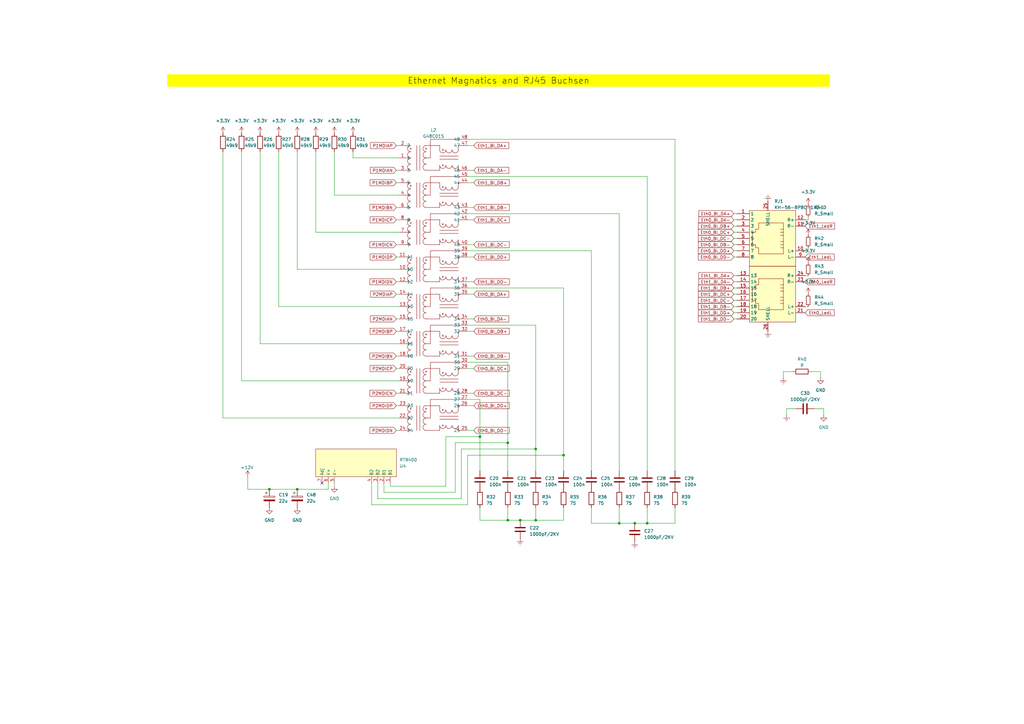
<source format=kicad_sch>
(kicad_sch (version 20231120) (generator "eeschema") (generator_version "8.0")
  (paper "A3")
  (lib_symbols
    (symbol "Device:C" (pin_numbers hide) (pin_names (offset 0.254))
      (property "Reference" "C" (at 0.635 2.54 0))
      (property "Value" "C" (at 0.635 -2.54 0))
      (symbol "C_1_1"
        (pin passive line (at 0 3.81 270) (length 2.794) (name "~") (number "1"))
        (pin passive line (at 0 -3.81 90) (length 2.794) (name "~") (number "2"))
      )
    )
    (symbol "Device:C_Polarized" (pin_numbers hide) (pin_names (offset 0.254))
      (property "Reference" "C" (at 0.635 2.54 0))
      (property "Value" "C_Polarized" (at 0.635 -2.54 0))
      (symbol "C_Polarized_1_1"
        (pin passive line (at 0 3.81 270) (length 2.794) (name "~") (number "1"))
        (pin passive line (at 0 -3.81 90) (length 2.794) (name "~") (number "2"))
      )
    )
    (symbol "Device:R" (pin_numbers hide) (pin_names (offset 0))
      (property "Reference" "R" (at 2.032 0 90))
      (property "Value" "R" (at 0 0 90))
      (symbol "R_1_1"
        (pin passive line (at 0 3.81 270) (length 1.27) (name "~") (number "1"))
        (pin passive line (at 0 -3.81 90) (length 1.27) (name "~") (number "2"))
      )
    )
    (symbol "Device:R_Small" (pin_numbers hide) (pin_names (offset 0.254) hide)
      (property "Reference" "R" (at 0.762 0.508 0))
      (property "Value" "R_Small" (at 0.762 -1.016 0))
      (symbol "R_Small_1_1"
        (pin passive line (at 0 2.54 270) (length 0.762) (name "~") (number "1"))
        (pin passive line (at 0 -2.54 90) (length 0.762) (name "~") (number "2"))
      )
    )
    (symbol "LCSC:G48C01S"
      (property "Reference" "L" (at 0 66.04 0))
      (property "Value" "G48C01S" (at 0 -63.5 0))
      (symbol "G48C01S_0_1"
        (pin unspecified line (at -15.24 53.34 0) (length 2.54) (name "1") (number "1"))
        (pin unspecified line (at -15.24 7.62 0) (length 2.54) (name "10") (number "10"))
        (pin unspecified line (at -15.24 12.7 0) (length 2.54) (name "11") (number "11"))
        (pin unspecified line (at -15.24 2.54 0) (length 2.54) (name "12") (number "12"))
        (pin unspecified line (at -15.24 -7.62 0) (length 2.54) (name "13") (number "13"))
        (pin unspecified line (at -15.24 -2.54 0) (length 2.54) (name "14") (number "14"))
        (pin unspecified line (at -15.24 -12.7 0) (length 2.54) (name "15") (number "15"))
        (pin unspecified line (at -15.24 -22.86 0) (length 2.54) (name "16") (number "16"))
        (pin unspecified line (at -15.24 -17.78 0) (length 2.54) (name "17") (number "17"))
        (pin unspecified line (at -15.24 -27.94 0) (length 2.54) (name "18") (number "18"))
        (pin unspecified line (at -15.24 -38.1 0) (length 2.54) (name "19") (number "19"))
        (pin unspecified line (at -15.24 58.42 0) (length 2.54) (name "2") (number "2"))
        (pin unspecified line (at -15.24 -33.02 0) (length 2.54) (name "20") (number "20"))
        (pin unspecified line (at -15.24 -43.18 0) (length 2.54) (name "21") (number "21"))
        (pin unspecified line (at -15.24 -53.34 0) (length 2.54) (name "22") (number "22"))
        (pin unspecified line (at -15.24 -48.26 0) (length 2.54) (name "23") (number "23"))
        (pin unspecified line (at -15.24 -58.42 0) (length 2.54) (name "24") (number "24"))
        (pin unspecified line (at 12.7 -58.42 180) (length 2.54) (name "25") (number "25"))
        (pin unspecified line (at 12.7 -48.26 180) (length 2.54) (name "26") (number "26"))
        (pin unspecified line (at 12.7 -45.72 180) (length 2.54) (name "27") (number "27"))
        (pin unspecified line (at 12.7 -43.18 180) (length 2.54) (name "28") (number "28"))
        (pin unspecified line (at 12.7 -33.02 180) (length 2.54) (name "29") (number "29"))
        (pin unspecified line (at -15.24 48.26 0) (length 2.54) (name "3") (number "3"))
        (pin unspecified line (at 12.7 -30.48 180) (length 2.54) (name "30") (number "30"))
        (pin unspecified line (at 12.7 -27.94 180) (length 2.54) (name "31") (number "31"))
        (pin unspecified line (at 12.7 -17.78 180) (length 2.54) (name "32") (number "32"))
        (pin unspecified line (at 12.7 -15.24 180) (length 2.54) (name "33") (number "33"))
        (pin unspecified line (at 12.7 -12.7 180) (length 2.54) (name "34") (number "34"))
        (pin unspecified line (at 12.7 -2.54 180) (length 2.54) (name "35") (number "35"))
        (pin unspecified line (at 12.7 0 180) (length 2.54) (name "36") (number "36"))
        (pin unspecified line (at 12.7 2.54 180) (length 2.54) (name "37") (number "37"))
        (pin unspecified line (at 12.7 12.7 180) (length 2.54) (name "38") (number "38"))
        (pin unspecified line (at 12.7 15.24 180) (length 2.54) (name "39") (number "39"))
        (pin unspecified line (at -15.24 38.1 0) (length 2.54) (name "4") (number "4"))
        (pin unspecified line (at 12.7 17.78 180) (length 2.54) (name "40") (number "40"))
        (pin unspecified line (at 12.7 27.94 180) (length 2.54) (name "41") (number "41"))
        (pin unspecified line (at 12.7 30.48 180) (length 2.54) (name "42") (number "42"))
        (pin unspecified line (at 12.7 33.02 180) (length 2.54) (name "43") (number "43"))
        (pin unspecified line (at 12.7 43.18 180) (length 2.54) (name "44") (number "44"))
        (pin unspecified line (at 12.7 45.72 180) (length 2.54) (name "45") (number "45"))
        (pin unspecified line (at 12.7 48.26 180) (length 2.54) (name "46") (number "46"))
        (pin unspecified line (at 12.7 58.42 180) (length 2.54) (name "47") (number "47"))
        (pin unspecified line (at 12.7 60.96 180) (length 2.54) (name "48") (number "48"))
        (pin unspecified line (at -15.24 43.18 0) (length 2.54) (name "5") (number "5"))
        (pin unspecified line (at -15.24 33.02 0) (length 2.54) (name "6") (number "6"))
        (pin unspecified line (at -15.24 22.86 0) (length 2.54) (name "7") (number "7"))
        (pin unspecified line (at -15.24 27.94 0) (length 2.54) (name "8") (number "8"))
        (pin unspecified line (at -15.24 17.78 0) (length 2.54) (name "9") (number "9"))
      )
    )
    (symbol "LCSC:KH-56-8P8C-1X2-D"
      (property "Reference" "RJ" (at 0 22.86 0))
      (property "Value" "KH-56-8P8C-1X2-D" (at 0 -15.24 0))
      (symbol "KH-56-8P8C-1X2-D_0_1"
        (pin unspecified line (at -20.32 -10.16 90) (length 5.08) (name "1") (number "1"))
        (pin unspecified line (at -5.08 17.78 270) (length 3.81) (name "L+") (number "10"))
        (pin unspecified line (at -15.24 17.78 270) (length 3.81) (name "R-") (number "11"))
        (pin unspecified line (at -17.78 17.78 270) (length 3.81) (name "R+") (number "12"))
        (pin unspecified line (at 5.08 -10.16 90) (length 5.08) (name "13") (number "13"))
        (pin unspecified line (at 7.62 -10.16 90) (length 5.08) (name "14") (number "14"))
        (pin unspecified line (at 10.16 -10.16 90) (length 5.08) (name "15") (number "15"))
        (pin unspecified line (at 12.7 -10.16 90) (length 5.08) (name "16") (number "16"))
        (pin unspecified line (at 15.24 -10.16 90) (length 5.08) (name "17") (number "17"))
        (pin unspecified line (at 17.78 -10.16 90) (length 5.08) (name "18") (number "18"))
        (pin unspecified line (at 20.32 -10.16 90) (length 5.08) (name "19") (number "19"))
        (pin unspecified line (at -17.78 -10.16 90) (length 5.08) (name "2") (number "2"))
        (pin unspecified line (at 22.86 -10.16 90) (length 5.08) (name "20") (number "20"))
        (pin unspecified line (at 20.32 17.78 270) (length 3.81) (name "L-") (number "21"))
        (pin unspecified line (at 17.78 17.78 270) (length 3.81) (name "L+") (number "22"))
        (pin unspecified line (at 7.62 17.78 270) (length 3.81) (name "R-") (number "23"))
        (pin unspecified line (at 5.08 17.78 270) (length 3.81) (name "R+") (number "24"))
        (pin unspecified line (at -25.4 2.54 0) (length 3.81) (name "SHELL") (number "25"))
        (pin unspecified line (at 27.94 2.54 180) (length 3.81) (name "SHELL") (number "26"))
        (pin unspecified line (at -15.24 -10.16 90) (length 5.08) (name "3") (number "3"))
        (pin unspecified line (at -12.7 -10.16 90) (length 5.08) (name "4") (number "4"))
        (pin unspecified line (at -10.16 -10.16 90) (length 5.08) (name "5") (number "5"))
        (pin unspecified line (at -7.62 -10.16 90) (length 5.08) (name "6") (number "6"))
        (pin unspecified line (at -5.08 -10.16 90) (length 5.08) (name "7") (number "7"))
        (pin unspecified line (at -2.54 -10.16 90) (length 5.08) (name "8") (number "8"))
        (pin unspecified line (at -2.54 17.78 270) (length 3.81) (name "L-") (number "9"))
      )
    )
    (symbol "Techbeard:RT9400"
      (property "Reference" "U" (at -20.32 12.7 0))
      (property "Value" "RT9400" (at -3.81 6.35 0))
      (symbol "RT9400_1_1"
        (pin input line (at -17.78 -2.54 90) (length 2.54) (name "B1") (number "1"))
        (pin input line (at -15.24 -2.54 90) (length 2.54) (name "B1") (number "2"))
        (pin input line (at -12.7 -2.54 90) (length 2.54) (name "B2") (number "3"))
        (pin input line (at -10.16 -2.54 90) (length 2.54) (name "B2") (number "4"))
        (pin input line (at 5.08 -2.54 90) (length 2.54) (name "V-") (number "5"))
        (pin input line (at 7.62 -2.54 90) (length 2.54) (name "V+") (number "6"))
        (pin input line (at 10.16 -2.54 90) (length 2.54) (name "Adj") (number "7"))
      )
    )
    (symbol "power:+12V" (power) (pin_numbers hide) (pin_names (offset 0) hide)
      (property "Value" "+12V" (at 0 3.556 0))
      (symbol "+12V_1_1"
        (pin power_in line (at 0 0 90) (length 0) (name "~") (number "1"))
      )
    )
    (symbol "power:+3.3V" (power) (pin_numbers hide) (pin_names (offset 0) hide)
      (property "Value" "+3.3V" (at 0 3.556 0))
      (symbol "+3.3V_1_1"
        (pin power_in line (at 0 0 90) (length 0) (name "~") (number "1"))
      )
    )
    (symbol "power:Earth" (power) (pin_names (offset 0))
      (symbol "Earth_1_1"
        (pin power_in line (at 0 0 270) (length 0) hide (name "Earth") (number "1"))
      )
    )
    (symbol "power:GND" (power) (pin_names (offset 0))
      (property "Value" "GND" (at 0 -3.81 0))
      (symbol "GND_1_1"
        (pin power_in line (at 0 0 270) (length 0) hide (name "GND") (number "1"))
      )
    )
  )
  (junction (at 219.71 184.15))
  (junction (at 208.28 181.61))
  (junction (at 260.35 214.63))
  (junction (at 121.92 200.66))
  (junction (at 231.14 186.69))
  (junction (at 254 214.63))
  (junction (at 265.43 214.63))
  (junction (at 208.28 213.36))
  (junction (at 196.85 179.07))
  (junction (at 213.36 213.36))
  (junction (at 110.49 200.66))
  (junction (at 219.71 213.36))
  (no_connect (at 132.08 198.12))
  (wire (pts (xy 196.85 208.28) (xy 196.85 213.36)))
  (wire (pts (xy 337.82 167.64) (xy 337.82 170.18)))
  (wire (pts (xy 157.48 201.93) (xy 186.69 201.93)))
  (wire (pts (xy 300.99 125.73) (xy 302.26 125.73)))
  (wire (pts (xy 134.62 200.66) (xy 121.92 200.66)))
  (wire (pts (xy 154.94 204.47) (xy 189.23 204.47)))
  (wire (pts (xy 231.14 186.69) (xy 231.14 193.04)))
  (wire (pts (xy 219.71 208.28) (xy 219.71 213.36)))
  (wire (pts (xy 330.2 125.73) (xy 331.47 125.73)))
  (wire (pts (xy 300.99 128.27) (xy 302.26 128.27)))
  (wire (pts (xy 162.56 85.09) (xy 163.83 85.09)))
  (wire (pts (xy 162.56 135.89) (xy 163.83 135.89)))
  (wire (pts (xy 163.83 156.21) (xy 99.06 156.21)))
  (wire (pts (xy 321.31 154.94) (xy 321.31 152.4)))
  (wire (pts (xy 191.77 115.57) (xy 194.31 115.57)))
  (wire (pts (xy 162.56 176.53) (xy 163.83 176.53)))
  (wire (pts (xy 300.99 90.17) (xy 302.26 90.17)))
  (wire (pts (xy 144.78 64.77) (xy 144.78 62.23)))
  (wire (pts (xy 213.36 213.36) (xy 219.71 213.36)))
  (wire (pts (xy 191.77 57.15) (xy 276.86 57.15)))
  (wire (pts (xy 231.14 118.11) (xy 231.14 186.69)))
  (wire (pts (xy 162.56 130.81) (xy 163.83 130.81)))
  (wire (pts (xy 300.99 92.71) (xy 302.26 92.71)))
  (wire (pts (xy 191.77 102.87) (xy 242.57 102.87)))
  (wire (pts (xy 154.94 198.12) (xy 154.94 204.47)))
  (wire (pts (xy 265.43 72.39) (xy 265.43 193.04)))
  (wire (pts (xy 300.99 95.25) (xy 302.26 95.25)))
  (wire (pts (xy 242.57 214.63) (xy 254 214.63)))
  (wire (pts (xy 191.77 148.59) (xy 208.28 148.59)))
  (wire (pts (xy 191.77 133.35) (xy 219.71 133.35)))
  (wire (pts (xy 114.3 125.73) (xy 163.83 125.73)))
  (wire (pts (xy 162.56 74.93) (xy 163.83 74.93)))
  (wire (pts (xy 242.57 102.87) (xy 242.57 193.04)))
  (wire (pts (xy 160.02 199.39) (xy 160.02 198.12)))
  (wire (pts (xy 334.01 167.64) (xy 337.82 167.64)))
  (wire (pts (xy 254 87.63) (xy 254 193.04)))
  (wire (pts (xy 191.77 120.65) (xy 194.31 120.65)))
  (wire (pts (xy 99.06 156.21) (xy 99.06 62.23)))
  (wire (pts (xy 191.77 69.85) (xy 194.31 69.85)))
  (wire (pts (xy 152.4 198.12) (xy 152.4 207.01)))
  (wire (pts (xy 189.23 184.15) (xy 219.71 184.15)))
  (wire (pts (xy 191.77 130.81) (xy 194.31 130.81)))
  (wire (pts (xy 191.77 100.33) (xy 194.31 100.33)))
  (wire (pts (xy 134.62 198.12) (xy 134.62 200.66)))
  (wire (pts (xy 196.85 179.07) (xy 196.85 193.04)))
  (wire (pts (xy 162.56 151.13) (xy 163.83 151.13)))
  (wire (pts (xy 300.99 100.33) (xy 302.26 100.33)))
  (wire (pts (xy 137.16 80.01) (xy 163.83 80.01)))
  (wire (pts (xy 162.56 59.69) (xy 163.83 59.69)))
  (wire (pts (xy 106.68 62.23) (xy 106.68 140.97)))
  (wire (pts (xy 191.77 166.37) (xy 194.31 166.37)))
  (wire (pts (xy 160.02 199.39) (xy 182.88 199.39)))
  (wire (pts (xy 300.99 118.11) (xy 302.26 118.11)))
  (wire (pts (xy 191.77 163.83) (xy 196.85 163.83)))
  (wire (pts (xy 300.99 130.81) (xy 302.26 130.81)))
  (wire (pts (xy 300.99 120.65) (xy 302.26 120.65)))
  (wire (pts (xy 191.77 207.01) (xy 191.77 186.69)))
  (wire (pts (xy 110.49 200.66) (xy 101.6 200.66)))
  (wire (pts (xy 330.2 113.03) (xy 331.47 113.03)))
  (wire (pts (xy 265.43 214.63) (xy 276.86 214.63)))
  (wire (pts (xy 162.56 105.41) (xy 163.83 105.41)))
  (wire (pts (xy 101.6 200.66) (xy 101.6 195.58)))
  (wire (pts (xy 191.77 186.69) (xy 231.14 186.69)))
  (wire (pts (xy 196.85 213.36) (xy 208.28 213.36)))
  (wire (pts (xy 163.83 64.77) (xy 144.78 64.77)))
  (wire (pts (xy 254 214.63) (xy 260.35 214.63)))
  (wire (pts (xy 121.92 200.66) (xy 110.49 200.66)))
  (wire (pts (xy 152.4 207.01) (xy 191.77 207.01)))
  (wire (pts (xy 191.77 59.69) (xy 194.31 59.69)))
  (wire (pts (xy 254 208.28) (xy 254 214.63)))
  (wire (pts (xy 300.99 97.79) (xy 302.26 97.79)))
  (wire (pts (xy 276.86 214.63) (xy 276.86 208.28)))
  (wire (pts (xy 242.57 208.28) (xy 242.57 214.63)))
  (wire (pts (xy 162.56 90.17) (xy 163.83 90.17)))
  (wire (pts (xy 191.77 105.41) (xy 194.31 105.41)))
  (wire (pts (xy 186.69 201.93) (xy 186.69 181.61)))
  (wire (pts (xy 219.71 184.15) (xy 219.71 193.04)))
  (wire (pts (xy 137.16 199.39) (xy 137.16 198.12)))
  (wire (pts (xy 182.88 179.07) (xy 196.85 179.07)))
  (wire (pts (xy 191.77 72.39) (xy 265.43 72.39)))
  (wire (pts (xy 300.99 113.03) (xy 302.26 113.03)))
  (wire (pts (xy 231.14 213.36) (xy 231.14 208.28)))
  (wire (pts (xy 300.99 115.57) (xy 302.26 115.57)))
  (wire (pts (xy 106.68 140.97) (xy 163.83 140.97)))
  (wire (pts (xy 330.2 102.87) (xy 331.47 102.87)))
  (wire (pts (xy 196.85 163.83) (xy 196.85 179.07)))
  (wire (pts (xy 129.54 95.25) (xy 163.83 95.25)))
  (wire (pts (xy 322.58 167.64) (xy 326.39 167.64)))
  (wire (pts (xy 114.3 62.23) (xy 114.3 125.73)))
  (wire (pts (xy 300.99 87.63) (xy 302.26 87.63)))
  (wire (pts (xy 91.44 171.45) (xy 163.83 171.45)))
  (wire (pts (xy 331.47 90.17) (xy 330.2 90.17)))
  (wire (pts (xy 191.77 146.05) (xy 194.31 146.05)))
  (wire (pts (xy 322.58 170.18) (xy 322.58 167.64)))
  (wire (pts (xy 332.74 152.4) (xy 336.55 152.4)))
  (wire (pts (xy 191.77 135.89) (xy 194.31 135.89)))
  (wire (pts (xy 191.77 176.53) (xy 194.31 176.53)))
  (wire (pts (xy 182.88 199.39) (xy 182.88 179.07)))
  (wire (pts (xy 208.28 213.36) (xy 213.36 213.36)))
  (wire (pts (xy 162.56 120.65) (xy 163.83 120.65)))
  (wire (pts (xy 137.16 62.23) (xy 137.16 80.01)))
  (wire (pts (xy 191.77 118.11) (xy 231.14 118.11)))
  (wire (pts (xy 162.56 166.37) (xy 163.83 166.37)))
  (wire (pts (xy 300.99 102.87) (xy 302.26 102.87)))
  (wire (pts (xy 186.69 181.61) (xy 208.28 181.61)))
  (wire (pts (xy 191.77 74.93) (xy 194.31 74.93)))
  (wire (pts (xy 121.92 62.23) (xy 121.92 110.49)))
  (wire (pts (xy 191.77 87.63) (xy 254 87.63)))
  (wire (pts (xy 191.77 151.13) (xy 194.31 151.13)))
  (wire (pts (xy 129.54 62.23) (xy 129.54 95.25)))
  (wire (pts (xy 208.28 208.28) (xy 208.28 213.36)))
  (wire (pts (xy 219.71 213.36) (xy 231.14 213.36)))
  (wire (pts (xy 162.56 115.57) (xy 163.83 115.57)))
  (wire (pts (xy 208.28 148.59) (xy 208.28 181.61)))
  (wire (pts (xy 276.86 57.15) (xy 276.86 193.04)))
  (wire (pts (xy 121.92 110.49) (xy 163.83 110.49)))
  (wire (pts (xy 191.77 85.09) (xy 194.31 85.09)))
  (wire (pts (xy 260.35 214.63) (xy 265.43 214.63)))
  (wire (pts (xy 300.99 105.41) (xy 302.26 105.41)))
  (wire (pts (xy 300.99 123.19) (xy 302.26 123.19)))
  (wire (pts (xy 219.71 133.35) (xy 219.71 184.15)))
  (wire (pts (xy 91.44 62.23) (xy 91.44 171.45)))
  (wire (pts (xy 189.23 204.47) (xy 189.23 184.15)))
  (wire (pts (xy 162.56 100.33) (xy 163.83 100.33)))
  (wire (pts (xy 191.77 161.29) (xy 194.31 161.29)))
  (wire (pts (xy 331.47 101.6) (xy 331.47 102.87)))
  (wire (pts (xy 208.28 181.61) (xy 208.28 193.04)))
  (wire (pts (xy 321.31 152.4) (xy 325.12 152.4)))
  (wire (pts (xy 162.56 146.05) (xy 163.83 146.05)))
  (wire (pts (xy 162.56 161.29) (xy 163.83 161.29)))
  (wire (pts (xy 191.77 90.17) (xy 194.31 90.17)))
  (wire (pts (xy 157.48 198.12) (xy 157.48 201.93)))
  (wire (pts (xy 162.56 69.85) (xy 163.83 69.85)))
  (wire (pts (xy 331.47 88.9) (xy 331.47 90.17)))
  (wire (pts (xy 265.43 208.28) (xy 265.43 214.63)))
  (wire (pts (xy 336.55 152.4) (xy 336.55 154.94)))
  (text_box "Ethernet Magnatics and RJ45 Buchsen" (at 68.58 30.48 0) (size 271.78 5.08) (stroke (width -0.0001)) (fill (type color) (color 255 255 0 1)) (effects (font (size 2.54 2.54))))
  (global_label "Eth0_BI_DC+" (shape input) (at 194.31 151.13 0) (property "Intersheetrefs" "${INTERSHEET_REFS}" (effects (hide yes))))
  (global_label "P2MDIBN" (shape input) (at 162.56 146.05 180) (property "Intersheetrefs" "${INTERSHEET_REFS}" (effects (hide yes))))
  (global_label "Eth1_LedL" (shape input) (at 330.2 105.41 0) (property "Intersheetrefs" "${INTERSHEET_REFS}" (effects (hide yes))))
  (global_label "Eth0_BI_DB-" (shape input) (at 300.99 100.33 180) (property "Intersheetrefs" "${INTERSHEET_REFS}" (effects (hide yes))))
  (global_label "Eth1_BI_DA-" (shape input) (at 300.99 115.57 180) (property "Intersheetrefs" "${INTERSHEET_REFS}" (effects (hide yes))))
  (global_label "Eth0_BI_DA+" (shape input) (at 194.31 120.65 0) (property "Intersheetrefs" "${INTERSHEET_REFS}" (effects (hide yes))))
  (global_label "Eth0_BI_DA+" (shape input) (at 300.99 87.63 180) (property "Intersheetrefs" "${INTERSHEET_REFS}" (effects (hide yes))))
  (global_label "Eth1_BI_DC+" (shape input) (at 194.31 90.17 0) (property "Intersheetrefs" "${INTERSHEET_REFS}" (effects (hide yes))))
  (global_label "Eth1_BI_DB-" (shape input) (at 194.31 85.09 0) (property "Intersheetrefs" "${INTERSHEET_REFS}" (effects (hide yes))))
  (global_label "Eth1_BI_DD+" (shape input) (at 300.99 128.27 180) (property "Intersheetrefs" "${INTERSHEET_REFS}" (effects (hide yes))))
  (global_label "P1MDICN" (shape input) (at 162.56 100.33 180) (property "Intersheetrefs" "${INTERSHEET_REFS}" (effects (hide yes))))
  (global_label "Eth0_BI_DD-" (shape input) (at 300.99 105.41 180) (property "Intersheetrefs" "${INTERSHEET_REFS}" (effects (hide yes))))
  (global_label "P2MDIDP" (shape input) (at 162.56 166.37 180) (property "Intersheetrefs" "${INTERSHEET_REFS}" (effects (hide yes))))
  (global_label "Eth1_BI_DC+" (shape input) (at 300.99 120.65 180) (property "Intersheetrefs" "${INTERSHEET_REFS}" (effects (hide yes))))
  (global_label "Eth1_BI_DA+" (shape input) (at 300.99 113.03 180) (property "Intersheetrefs" "${INTERSHEET_REFS}" (effects (hide yes))))
  (global_label "Eth1_BI_DB+" (shape input) (at 300.99 118.11 180) (property "Intersheetrefs" "${INTERSHEET_REFS}" (effects (hide yes))))
  (global_label "Eth0_LedR" (shape input) (at 330.2 115.57 0) (property "Intersheetrefs" "${INTERSHEET_REFS}" (effects (hide yes))))
  (global_label "Eth1_BI_DD-" (shape input) (at 194.31 115.57 0) (property "Intersheetrefs" "${INTERSHEET_REFS}" (effects (hide yes))))
  (global_label "P1MDIBP" (shape input) (at 162.56 74.93 180) (property "Intersheetrefs" "${INTERSHEET_REFS}" (effects (hide yes))))
  (global_label "P1MDIBN" (shape input) (at 162.56 85.09 180) (property "Intersheetrefs" "${INTERSHEET_REFS}" (effects (hide yes))))
  (global_label "Eth1_BI_DD+" (shape input) (at 194.31 105.41 0) (property "Intersheetrefs" "${INTERSHEET_REFS}" (effects (hide yes))))
  (global_label "P1MDIAP" (shape input) (at 162.56 59.69 180) (property "Intersheetrefs" "${INTERSHEET_REFS}" (effects (hide yes))))
  (global_label "Eth1_BI_DD-" (shape input) (at 300.99 130.81 180) (property "Intersheetrefs" "${INTERSHEET_REFS}" (effects (hide yes))))
  (global_label "Eth0_BI_DC-" (shape input) (at 194.31 161.29 0) (property "Intersheetrefs" "${INTERSHEET_REFS}" (effects (hide yes))))
  (global_label "Eth1_BI_DA+" (shape input) (at 194.31 59.69 0) (property "Intersheetrefs" "${INTERSHEET_REFS}" (effects (hide yes))))
  (global_label "Eth0_BI_DC-" (shape input) (at 300.99 97.79 180) (property "Intersheetrefs" "${INTERSHEET_REFS}" (effects (hide yes))))
  (global_label "P2MDIBP" (shape input) (at 162.56 135.89 180) (property "Intersheetrefs" "${INTERSHEET_REFS}" (effects (hide yes))))
  (global_label "Eth1_BI_DC-" (shape input) (at 194.31 100.33 0) (property "Intersheetrefs" "${INTERSHEET_REFS}" (effects (hide yes))))
  (global_label "Eth1_LedR" (shape input) (at 330.2 92.71 0) (property "Intersheetrefs" "${INTERSHEET_REFS}" (effects (hide yes))))
  (global_label "Eth0_BI_DA-" (shape input) (at 300.99 90.17 180) (property "Intersheetrefs" "${INTERSHEET_REFS}" (effects (hide yes))))
  (global_label "P1MDICP" (shape input) (at 162.56 90.17 180) (property "Intersheetrefs" "${INTERSHEET_REFS}" (effects (hide yes))))
  (global_label "P2MDIAN" (shape input) (at 162.56 130.81 180) (property "Intersheetrefs" "${INTERSHEET_REFS}" (effects (hide yes))))
  (global_label "P2MDIDN" (shape input) (at 162.56 176.53 180) (property "Intersheetrefs" "${INTERSHEET_REFS}" (effects (hide yes))))
  (global_label "Eth0_BI_DA-" (shape input) (at 194.31 130.81 0) (property "Intersheetrefs" "${INTERSHEET_REFS}" (effects (hide yes))))
  (global_label "P1MDIDN" (shape input) (at 162.56 115.57 180) (property "Intersheetrefs" "${INTERSHEET_REFS}" (effects (hide yes))))
  (global_label "Eth0_LedL" (shape input) (at 330.2 128.27 0) (property "Intersheetrefs" "${INTERSHEET_REFS}" (effects (hide yes))))
  (global_label "P2MDIAP" (shape input) (at 162.56 120.65 180) (property "Intersheetrefs" "${INTERSHEET_REFS}" (effects (hide yes))))
  (global_label "P1MDIDP" (shape input) (at 162.56 105.41 180) (property "Intersheetrefs" "${INTERSHEET_REFS}" (effects (hide yes))))
  (global_label "Eth0_BI_DC+" (shape input) (at 300.99 95.25 180) (property "Intersheetrefs" "${INTERSHEET_REFS}" (effects (hide yes))))
  (global_label "Eth1_BI_DA-" (shape input) (at 194.31 69.85 0) (property "Intersheetrefs" "${INTERSHEET_REFS}" (effects (hide yes))))
  (global_label "Eth0_BI_DB+" (shape input) (at 194.31 135.89 0) (property "Intersheetrefs" "${INTERSHEET_REFS}" (effects (hide yes))))
  (global_label "P2MDICP" (shape input) (at 162.56 151.13 180) (property "Intersheetrefs" "${INTERSHEET_REFS}" (effects (hide yes))))
  (global_label "Eth0_BI_DD-" (shape input) (at 194.31 176.53 0) (property "Intersheetrefs" "${INTERSHEET_REFS}" (effects (hide yes))))
  (global_label "Eth1_BI_DB+" (shape input) (at 194.31 74.93 0) (property "Intersheetrefs" "${INTERSHEET_REFS}" (effects (hide yes))))
  (global_label "Eth0_BI_DD+" (shape input) (at 300.99 102.87 180) (property "Intersheetrefs" "${INTERSHEET_REFS}" (effects (hide yes))))
  (global_label "Eth0_BI_DD+" (shape input) (at 194.31 166.37 0) (property "Intersheetrefs" "${INTERSHEET_REFS}" (effects (hide yes))))
  (global_label "P2MDICN" (shape input) (at 162.56 161.29 180) (property "Intersheetrefs" "${INTERSHEET_REFS}" (effects (hide yes))))
  (global_label "Eth0_BI_DB+" (shape input) (at 300.99 92.71 180) (property "Intersheetrefs" "${INTERSHEET_REFS}" (effects (hide yes))))
  (global_label "Eth0_BI_DB-" (shape input) (at 194.31 146.05 0) (property "Intersheetrefs" "${INTERSHEET_REFS}" (effects (hide yes))))
  (global_label "Eth1_BI_DB-" (shape input) (at 300.99 125.73 180) (property "Intersheetrefs" "${INTERSHEET_REFS}" (effects (hide yes))))
  (global_label "P1MDIAN" (shape input) (at 162.56 69.85 180) (property "Intersheetrefs" "${INTERSHEET_REFS}" (effects (hide yes))))
  (global_label "Eth1_BI_DC-" (shape input) (at 300.99 123.19 180) (property "Intersheetrefs" "${INTERSHEET_REFS}" (effects (hide yes))))
  (symbol (lib_id "power:Earth") (at 260.35 222.25 0) (unit 1)
    (property "Reference" "#PWR088" (effects (hide yes)))
    (property "Value" "Earth" (effects (hide yes)))
  )
  (symbol (lib_id "Device:R") (at 328.93 152.4 90) (unit 1)
    (property "Reference" "R40" (at 328.93 147.32 90))
    (property "Value" "R" (at 328.93 149.86 90))
    (property "Footprint" "Capacitor_SMD:C_1206_3216Metric" (effects (hide yes)))
  )
  (symbol (lib_id "power:Earth") (at 213.36 220.98 0) (unit 1)
    (property "Reference" "#PWR087" (effects (hide yes)))
    (property "Value" "Earth" (effects (hide yes)))
  )
  (symbol (lib_id "power:Earth") (at 321.31 154.94 0) (unit 1)
    (property "Reference" "#PWR091" (effects (hide yes)))
    (property "Value" "Earth" (effects (hide yes)))
  )
  (symbol (lib_id "power:GND") (at 336.55 154.94 0) (unit 1)
    (property "Reference" "#PWR097" (effects (hide yes)))
    (property "Value" "GND" (at 336.55 160.02 0))
  )
  (symbol (lib_id "Device:C") (at 219.71 196.85 0) (unit 1)
    (property "Reference" "C23" (at 223.52 196.215 0) (effects (justify left)))
    (property "Value" "100n" (at 223.52 198.755 0) (effects (justify left)))
    (property "Footprint" "Capacitor_SMD:C_0402_1005Metric" (effects (hide yes)))
  )
  (symbol (lib_id "power:+3.3V") (at 99.06 54.61 0) (unit 1)
    (property "Reference" "#PWR078" (effects (hide yes)))
    (property "Value" "+3.3V" (at 99.06 49.53 0))
    (property "Description" "Power symbol creates a global label with name \"+3.3V\"" (effects (hide yes)))
  )
  (symbol (lib_id "Device:R") (at 91.44 58.42 0) (unit 1)
    (property "Reference" "R24" (at 92.71 57.15 0) (effects (justify left)))
    (property "Value" "49k9" (at 92.71 59.69 0) (effects (justify left)))
    (property "Footprint" "Resistor_SMD:R_0402_1005Metric" (effects (hide yes)))
  )
  (symbol (lib_id "power:Earth") (at 322.58 170.18 0) (unit 1)
    (property "Reference" "#PWR092" (effects (hide yes)))
    (property "Value" "Earth" (effects (hide yes)))
  )
  (symbol (lib_id "Techbeard:RT9400") (at 142.24 195.58 0) (mirror y) (unit 1)
    (property "Reference" "U4" (at 163.83 191.1351 0) (effects (justify right)))
    (property "Value" "RT9400" (at 163.83 188.5951 0) (effects (justify right)))
    (property "Footprint" "Techbeard:RT9400" (effects (hide yes)))
  )
  (symbol (lib_id "Device:C") (at 265.43 196.85 0) (unit 1)
    (property "Reference" "C28" (at 269.24 196.215 0) (effects (justify left)))
    (property "Value" "100n" (at 269.24 198.755 0) (effects (justify left)))
    (property "Footprint" "Capacitor_SMD:C_0402_1005Metric" (effects (hide yes)))
  )
  (symbol (lib_id "Device:R_Small") (at 331.47 99.06 0) (unit 1)
    (property "Reference" "R42" (at 334.01 97.7899 0) (effects (justify left)))
    (property "Value" "R_Small" (at 334.01 100.3299 0) (effects (justify left)))
    (property "Footprint" "Resistor_SMD:R_0402_1005Metric" (effects (hide yes)))
    (property "Description" "Resistor, small symbol" (effects (hide yes)))
  )
  (symbol (lib_id "Device:R_Small") (at 331.47 123.19 0) (unit 1)
    (property "Reference" "R44" (at 334.01 121.9199 0) (effects (justify left)))
    (property "Value" "R_Small" (at 334.01 124.4599 0) (effects (justify left)))
    (property "Footprint" "Resistor_SMD:R_0402_1005Metric" (effects (hide yes)))
    (property "Description" "Resistor, small symbol" (effects (hide yes)))
  )
  (symbol (lib_id "Device:C") (at 231.14 196.85 0) (unit 1)
    (property "Reference" "C24" (at 234.95 196.215 0) (effects (justify left)))
    (property "Value" "100n" (at 234.95 198.755 0) (effects (justify left)))
    (property "Footprint" "Capacitor_SMD:C_0402_1005Metric" (effects (hide yes)))
  )
  (symbol (lib_id "Device:C") (at 208.28 196.85 0) (unit 1)
    (property "Reference" "C21" (at 212.09 196.215 0) (effects (justify left)))
    (property "Value" "100n" (at 212.09 198.755 0) (effects (justify left)))
    (property "Footprint" "Capacitor_SMD:C_0402_1005Metric" (effects (hide yes)))
  )
  (symbol (lib_id "Device:C") (at 276.86 196.85 0) (unit 1)
    (property "Reference" "C29" (at 280.67 196.215 0) (effects (justify left)))
    (property "Value" "100n" (at 280.67 198.755 0) (effects (justify left)))
    (property "Footprint" "Capacitor_SMD:C_0402_1005Metric" (effects (hide yes)))
  )
  (symbol (lib_id "power:+3.3V") (at 129.54 54.61 0) (unit 1)
    (property "Reference" "#PWR083" (effects (hide yes)))
    (property "Value" "+3.3V" (at 129.54 49.53 0))
    (property "Description" "Power symbol creates a global label with name \"+3.3V\"" (effects (hide yes)))
  )
  (symbol (lib_id "Device:R") (at 129.54 58.42 0) (unit 1)
    (property "Reference" "R29" (at 130.81 57.15 0) (effects (justify left)))
    (property "Value" "49k9" (at 130.81 59.69 0) (effects (justify left)))
    (property "Footprint" "Resistor_SMD:R_0402_1005Metric" (effects (hide yes)))
  )
  (symbol (lib_id "Device:C") (at 260.35 218.44 0) (unit 1)
    (property "Reference" "C27" (at 264.16 217.805 0) (effects (justify left)))
    (property "Value" "1000pF/2KV" (at 264.16 220.345 0) (effects (justify left)))
    (property "Footprint" "Capacitor_SMD:C_1206_3216Metric" (effects (hide yes)))
  )
  (symbol (lib_id "power:GND") (at 110.49 208.28 0) (unit 1)
    (property "Reference" "#PWR072" (effects (hide yes)))
    (property "Value" "GND" (at 110.49 213.36 0))
  )
  (symbol (lib_id "power:+3.3V") (at 144.78 54.61 0) (unit 1)
    (property "Reference" "#PWR086" (effects (hide yes)))
    (property "Value" "+3.3V" (at 144.78 49.53 0))
    (property "Description" "Power symbol creates a global label with name \"+3.3V\"" (effects (hide yes)))
  )
  (symbol (lib_id "Device:R") (at 106.68 58.42 0) (unit 1)
    (property "Reference" "R26" (at 107.95 57.15 0) (effects (justify left)))
    (property "Value" "49k9" (at 107.95 59.69 0) (effects (justify left)))
    (property "Footprint" "Resistor_SMD:R_0402_1005Metric" (effects (hide yes)))
  )
  (symbol (lib_id "Device:R") (at 144.78 58.42 0) (unit 1)
    (property "Reference" "R31" (at 146.05 57.15 0) (effects (justify left)))
    (property "Value" "49k9" (at 146.05 59.69 0) (effects (justify left)))
    (property "Footprint" "Resistor_SMD:R_0402_1005Metric" (effects (hide yes)))
  )
  (symbol (lib_id "Device:C") (at 242.57 196.85 0) (unit 1)
    (property "Reference" "C25" (at 246.38 196.215 0) (effects (justify left)))
    (property "Value" "100n" (at 246.38 198.755 0) (effects (justify left)))
    (property "Footprint" "Capacitor_SMD:C_0402_1005Metric" (effects (hide yes)))
  )
  (symbol (lib_id "power:+3.3V") (at 331.47 107.95 0) (unit 1)
    (property "Reference" "#PWR095" (effects (hide yes)))
    (property "Value" "+3.3V" (at 331.47 102.87 0))
    (property "Description" "Power symbol creates a global label with name \"+3.3V\"" (effects (hide yes)))
  )
  (symbol (lib_id "Device:R") (at 254 204.47 0) (unit 1)
    (property "Reference" "R37" (at 256.54 203.835 0) (effects (justify left)))
    (property "Value" "75" (at 256.54 206.375 0) (effects (justify left)))
    (property "Footprint" "Resistor_SMD:R_0402_1005Metric" (effects (hide yes)))
  )
  (symbol (lib_id "Device:C") (at 196.85 196.85 0) (unit 1)
    (property "Reference" "C20" (at 200.66 196.215 0) (effects (justify left)))
    (property "Value" "100n" (at 200.66 198.755 0) (effects (justify left)))
    (property "Footprint" "Capacitor_SMD:C_0402_1005Metric" (effects (hide yes)))
  )
  (symbol (lib_id "power:+3.3V") (at 137.16 54.61 0) (unit 1)
    (property "Reference" "#PWR084" (effects (hide yes)))
    (property "Value" "+3.3V" (at 137.16 49.53 0))
    (property "Description" "Power symbol creates a global label with name \"+3.3V\"" (effects (hide yes)))
  )
  (symbol (lib_id "power:+3.3V") (at 331.47 96.52 0) (unit 1)
    (property "Reference" "#PWR094" (effects (hide yes)))
    (property "Value" "+3.3V" (at 331.47 91.44 0))
    (property "Description" "Power symbol creates a global label with name \"+3.3V\"" (effects (hide yes)))
  )
  (symbol (lib_id "power:GND") (at 337.82 170.18 0) (unit 1)
    (property "Reference" "#PWR098" (effects (hide yes)))
    (property "Value" "GND" (at 337.82 175.26 0))
  )
  (symbol (lib_id "power:Earth") (at 314.96 135.89 0) (unit 1)
    (property "Reference" "#PWR090" (effects (hide yes)))
    (property "Value" "Earth" (effects (hide yes)))
  )
  (symbol (lib_id "Device:C") (at 330.2 167.64 90) (unit 1)
    (property "Reference" "C30" (at 330.2 161.29 90))
    (property "Value" "1000pF/2KV" (at 330.2 163.83 90))
    (property "Footprint" "Capacitor_SMD:C_1206_3216Metric" (effects (hide yes)))
  )
  (symbol (lib_id "Device:R") (at 208.28 204.47 0) (unit 1)
    (property "Reference" "R33" (at 210.82 203.835 0) (effects (justify left)))
    (property "Value" "75" (at 210.82 206.375 0) (effects (justify left)))
    (property "Footprint" "Resistor_SMD:R_0402_1005Metric" (effects (hide yes)))
  )
  (symbol (lib_id "power:GND") (at 137.16 199.39 0) (unit 1)
    (property "Reference" "#PWR085" (effects (hide yes)))
    (property "Value" "GND" (at 137.16 204.47 0))
  )
  (symbol (lib_id "Device:C_Polarized") (at 110.49 204.47 0) (unit 1)
    (property "Reference" "C19" (at 114.3 202.946 0) (effects (justify left)))
    (property "Value" "22u" (at 114.3 205.486 0) (effects (justify left)))
    (property "Footprint" "Capacitor_SMD:CP_Elec_5x5.4" (effects (hide yes)))
  )
  (symbol (lib_id "Device:R") (at 231.14 204.47 0) (unit 1)
    (property "Reference" "R35" (at 233.68 203.835 0) (effects (justify left)))
    (property "Value" "75" (at 233.68 206.375 0) (effects (justify left)))
    (property "Footprint" "Resistor_SMD:R_0402_1005Metric" (effects (hide yes)))
  )
  (symbol (lib_id "power:+12V") (at 101.6 195.58 0) (unit 1)
    (property "Reference" "#PWR082" (effects (hide yes)))
    (property "Value" "+12V" (at 101.346 191.77 0))
    (property "Description" "Power symbol creates a global label with name \"+12V\"" (effects (hide yes)))
  )
  (symbol (lib_id "Device:C_Polarized") (at 121.92 204.47 0) (unit 1)
    (property "Reference" "C48" (at 125.73 202.946 0) (effects (justify left)))
    (property "Value" "22u" (at 125.73 205.486 0) (effects (justify left)))
    (property "Footprint" "Capacitor_SMD:CP_Elec_5x5.4" (effects (hide yes)))
  )
  (symbol (lib_id "power:+3.3V") (at 121.92 54.61 0) (unit 1)
    (property "Reference" "#PWR081" (effects (hide yes)))
    (property "Value" "+3.3V" (at 121.92 49.53 0))
    (property "Description" "Power symbol creates a global label with name \"+3.3V\"" (effects (hide yes)))
  )
  (symbol (lib_id "Device:R") (at 242.57 204.47 0) (unit 1)
    (property "Reference" "R36" (at 245.11 203.835 0) (effects (justify left)))
    (property "Value" "75" (at 245.11 206.375 0) (effects (justify left)))
    (property "Footprint" "Resistor_SMD:R_0402_1005Metric" (effects (hide yes)))
  )
  (symbol (lib_id "LCSC:G48C01S") (at 179.07 118.11 0) (unit 1)
    (property "Reference" "L2" (at 177.8 53.34 0))
    (property "Value" "G48C01S" (at 177.8 55.88 0))
    (property "Footprint" "LCSC:SMD-48_L27.8-W12.3-P1.02-LS15.3-BL" (effects (hide yes)))
    (property "LCSC Part" "C2827284" (effects (hide yes)))
  )
  (symbol (lib_id "power:+3.3V") (at 331.47 120.65 0) (unit 1)
    (property "Reference" "#PWR096" (effects (hide yes)))
    (property "Value" "+3.3V" (at 331.47 115.57 0))
    (property "Description" "Power symbol creates a global label with name \"+3.3V\"" (effects (hide yes)))
  )
  (symbol (lib_id "Device:C") (at 254 196.85 0) (unit 1)
    (property "Reference" "C26" (at 257.81 196.215 0) (effects (justify left)))
    (property "Value" "100n" (at 257.81 198.755 0) (effects (justify left)))
    (property "Footprint" "Capacitor_SMD:C_0402_1005Metric" (effects (hide yes)))
  )
  (symbol (lib_id "Device:R") (at 114.3 58.42 0) (unit 1)
    (property "Reference" "R27" (at 115.57 57.15 0) (effects (justify left)))
    (property "Value" "49k9" (at 115.57 59.69 0) (effects (justify left)))
    (property "Footprint" "Resistor_SMD:R_0402_1005Metric" (effects (hide yes)))
  )
  (symbol (lib_id "Device:R") (at 219.71 204.47 0) (unit 1)
    (property "Reference" "R34" (at 222.25 203.835 0) (effects (justify left)))
    (property "Value" "75" (at 222.25 206.375 0) (effects (justify left)))
    (property "Footprint" "Resistor_SMD:R_0402_1005Metric" (effects (hide yes)))
  )
  (symbol (lib_id "power:+3.3V") (at 114.3 54.61 0) (unit 1)
    (property "Reference" "#PWR080" (effects (hide yes)))
    (property "Value" "+3.3V" (at 114.3 49.53 0))
    (property "Description" "Power symbol creates a global label with name \"+3.3V\"" (effects (hide yes)))
  )
  (symbol (lib_id "power:+3.3V") (at 106.68 54.61 0) (unit 1)
    (property "Reference" "#PWR079" (effects (hide yes)))
    (property "Value" "+3.3V" (at 106.68 49.53 0))
    (property "Description" "Power symbol creates a global label with name \"+3.3V\"" (effects (hide yes)))
  )
  (symbol (lib_id "power:Earth") (at 314.96 82.55 180) (unit 1)
    (property "Reference" "#PWR089" (effects (hide yes)))
    (property "Value" "Earth" (effects (hide yes)))
  )
  (symbol (lib_id "Device:R") (at 99.06 58.42 0) (unit 1)
    (property "Reference" "R25" (at 100.33 57.15 0) (effects (justify left)))
    (property "Value" "49k9" (at 100.33 59.69 0) (effects (justify left)))
    (property "Footprint" "Resistor_SMD:R_0402_1005Metric" (effects (hide yes)))
  )
  (symbol (lib_id "power:GND") (at 121.92 208.28 0) (unit 1)
    (property "Reference" "#PWR0115" (effects (hide yes)))
    (property "Value" "GND" (at 121.92 213.36 0))
  )
  (symbol (lib_id "Device:R") (at 196.85 204.47 0) (unit 1)
    (property "Reference" "R32" (at 199.39 203.835 0) (effects (justify left)))
    (property "Value" "75" (at 199.39 206.375 0) (effects (justify left)))
    (property "Footprint" "Resistor_SMD:R_0402_1005Metric" (effects (hide yes)))
  )
  (symbol (lib_id "Device:C") (at 213.36 217.17 0) (unit 1)
    (property "Reference" "C22" (at 217.17 216.535 0) (effects (justify left)))
    (property "Value" "1000pF/2KV" (at 217.17 219.075 0) (effects (justify left)))
    (property "Footprint" "Capacitor_SMD:C_1206_3216Metric" (effects (hide yes)))
  )
  (symbol (lib_id "Device:R") (at 265.43 204.47 0) (unit 1)
    (property "Reference" "R38" (at 267.97 203.835 0) (effects (justify left)))
    (property "Value" "75" (at 267.97 206.375 0) (effects (justify left)))
    (property "Footprint" "Resistor_SMD:R_0402_1005Metric" (effects (hide yes)))
  )
  (symbol (lib_id "Device:R") (at 121.92 58.42 0) (unit 1)
    (property "Reference" "R28" (at 123.19 57.15 0) (effects (justify left)))
    (property "Value" "49k9" (at 123.19 59.69 0) (effects (justify left)))
    (property "Footprint" "Resistor_SMD:R_0402_1005Metric" (effects (hide yes)))
  )
  (symbol (lib_id "Device:R") (at 137.16 58.42 0) (unit 1)
    (property "Reference" "R30" (at 138.43 57.15 0) (effects (justify left)))
    (property "Value" "49k9" (at 138.43 59.69 0) (effects (justify left)))
    (property "Footprint" "Resistor_SMD:R_0402_1005Metric" (effects (hide yes)))
  )
  (symbol (lib_id "Device:R") (at 276.86 204.47 0) (unit 1)
    (property "Reference" "R39" (at 279.4 203.835 0) (effects (justify left)))
    (property "Value" "75" (at 279.4 206.375 0) (effects (justify left)))
    (property "Footprint" "Resistor_SMD:R_0402_1005Metric" (effects (hide yes)))
  )
  (symbol (lib_id "power:+3.3V") (at 331.47 83.82 0) (unit 1)
    (property "Reference" "#PWR093" (effects (hide yes)))
    (property "Value" "+3.3V" (at 331.47 78.74 0))
    (property "Description" "Power symbol creates a global label with name \"+3.3V\"" (effects (hide yes)))
  )
  (symbol (lib_id "Device:R_Small") (at 331.47 86.36 0) (unit 1)
    (property "Reference" "R41" (at 334.01 85.0899 0) (effects (justify left)))
    (property "Value" "R_Small" (at 334.01 87.6299 0) (effects (justify left)))
    (property "Footprint" "Resistor_SMD:R_0402_1005Metric" (effects (hide yes)))
    (property "Description" "Resistor, small symbol" (effects (hide yes)))
  )
  (symbol (lib_id "power:+3.3V") (at 91.44 54.61 0) (unit 1)
    (property "Reference" "#PWR077" (effects (hide yes)))
    (property "Value" "+3.3V" (at 91.44 49.53 0))
    (property "Description" "Power symbol creates a global label with name \"+3.3V\"" (effects (hide yes)))
  )
  (symbol (lib_id "Device:R_Small") (at 331.47 110.49 0) (unit 1)
    (property "Reference" "R43" (at 334.01 109.2199 0) (effects (justify left)))
    (property "Value" "R_Small" (at 334.01 111.7599 0) (effects (justify left)))
    (property "Footprint" "Resistor_SMD:R_0402_1005Metric" (effects (hide yes)))
    (property "Description" "Resistor, small symbol" (effects (hide yes)))
  )
  (symbol (lib_id "LCSC:KH-56-8P8C-1X2-D") (at 312.42 107.95 270) (unit 1)
    (property "Reference" "RJ1" (at 317.6017 82.55 90) (effects (justify left)))
    (property "Value" "KH-56-8P8C-1X2-D" (at 317.6017 85.09 90) (effects (justify left)))
    (property "Footprint" "LCSC:RJ45-TH_KH-56-8P8C-1X2-D" (effects (hide yes)))
    (property "LCSC Part" "C2828088" (effects (hide yes)))
  )
)
</source>
